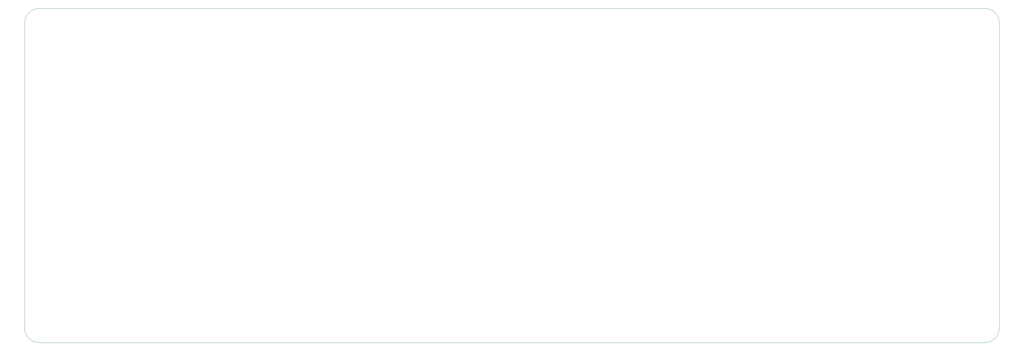
<source format=gbr>
G04 #@! TF.GenerationSoftware,KiCad,Pcbnew,7.0.6*
G04 #@! TF.CreationDate,2023-09-08T00:08:35-07:00*
G04 #@! TF.ProjectId,keyjoy,6b65796a-6f79-42e6-9b69-6361645f7063,rev?*
G04 #@! TF.SameCoordinates,Original*
G04 #@! TF.FileFunction,Profile,NP*
%FSLAX46Y46*%
G04 Gerber Fmt 4.6, Leading zero omitted, Abs format (unit mm)*
G04 Created by KiCad (PCBNEW 7.0.6) date 2023-09-08 00:08:35*
%MOMM*%
%LPD*%
G01*
G04 APERTURE LIST*
G04 #@! TA.AperFunction,Profile*
%ADD10C,0.100000*%
G04 #@! TD*
G04 #@! TA.AperFunction,Profile*
%ADD11C,0.200000*%
G04 #@! TD*
G04 APERTURE END LIST*
D10*
X149250051Y-261363649D02*
G75*
G03*
X154250090Y-266363649I5000049J49D01*
G01*
X483100084Y-156698516D02*
G75*
G03*
X478100090Y-151698516I-4999984J16D01*
G01*
D11*
X149250091Y-154797334D02*
G75*
G03*
X149250091Y-154797334I-1J0D01*
G01*
D10*
X154250090Y-151698516D02*
X478100090Y-151698516D01*
X478100090Y-266363649D02*
X154250090Y-266363649D01*
X483100090Y-156698516D02*
X483100090Y-261363649D01*
X149250090Y-261363649D02*
X149250090Y-156698516D01*
X478100090Y-266363690D02*
G75*
G03*
X483100090Y-261363649I-90J5000090D01*
G01*
D11*
X149250091Y-260047334D02*
G75*
G03*
X149250091Y-260047334I-1J0D01*
G01*
D10*
X154250090Y-151698490D02*
G75*
G03*
X149250090Y-156698516I10J-5000010D01*
G01*
D11*
X483100091Y-260047334D02*
G75*
G03*
X483100091Y-260047334I-1J0D01*
G01*
X483100091Y-154797334D02*
G75*
G03*
X483100091Y-154797334I-1J0D01*
G01*
M02*

</source>
